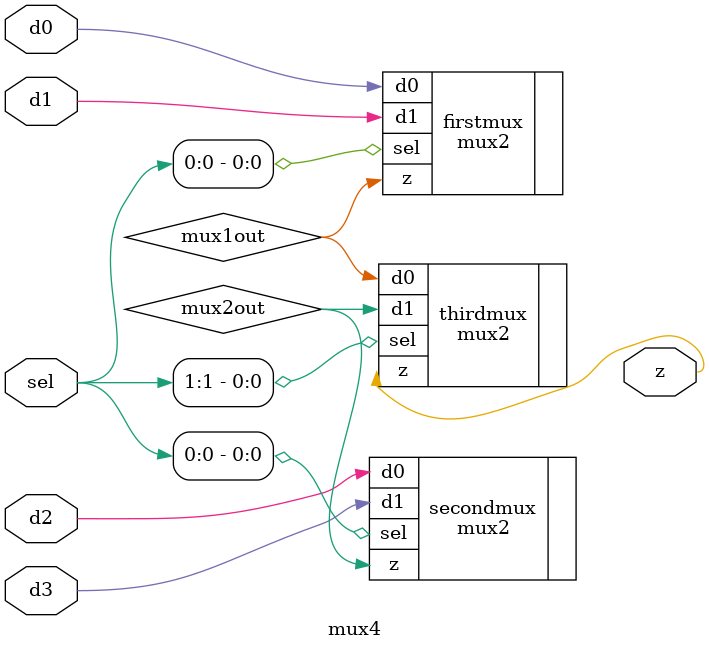
<source format=sv>
module mux4 (
    input logic d0,          // Data input 0
    input logic d1,          // Data input 1
    input logic d2,          // Data input 2
    input logic d3,          // Data input 3
    input logic [1:0] sel,   // Select input
    output logic z           // Output
);

	logic mux1out, mux2out;
	
	mux2 firstmux(.z(mux1out), .d0(d0), .d1(d1), .sel(sel[0]));
	mux2 secondmux(.z(mux2out), .d0(d2), .d1(d3), .sel(sel[0]));
	mux2 thirdmux (.z(z), .d0(mux1out), .d1(mux2out), .sel(sel[1]));
	
	
endmodule

</source>
